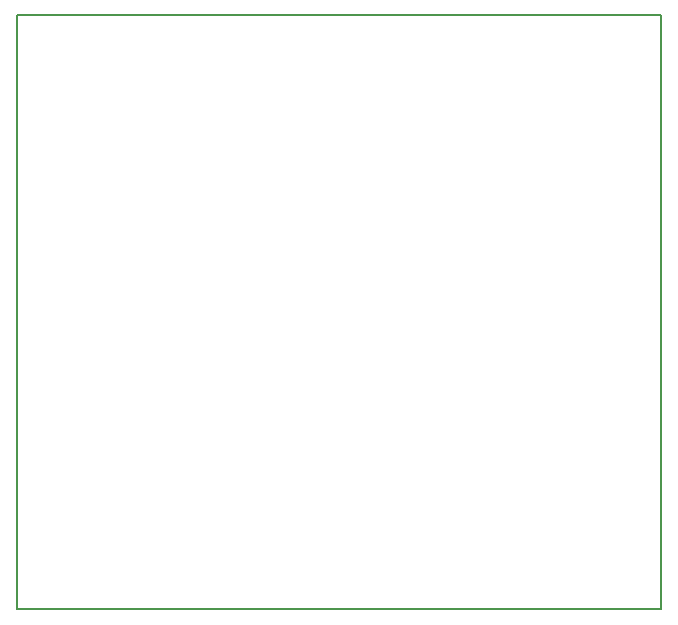
<source format=gbr>
G04 #@! TF.GenerationSoftware,KiCad,Pcbnew,(5.1.0)-1*
G04 #@! TF.CreationDate,2019-05-29T17:20:43+02:00*
G04 #@! TF.ProjectId,Mini-Lora,4d696e69-2d4c-46f7-9261-2e6b69636164,rev?*
G04 #@! TF.SameCoordinates,Original*
G04 #@! TF.FileFunction,Profile,NP*
%FSLAX46Y46*%
G04 Gerber Fmt 4.6, Leading zero omitted, Abs format (unit mm)*
G04 Created by KiCad (PCBNEW (5.1.0)-1) date 2019-05-29 17:20:43*
%MOMM*%
%LPD*%
G04 APERTURE LIST*
%ADD10C,0.200000*%
G04 APERTURE END LIST*
D10*
X183750000Y-118000000D02*
X183750000Y-67750000D01*
X129250000Y-118000000D02*
X183750000Y-118000000D01*
X129250000Y-67750000D02*
X129250000Y-118000000D01*
X183750000Y-67750000D02*
X129250000Y-67750000D01*
M02*

</source>
